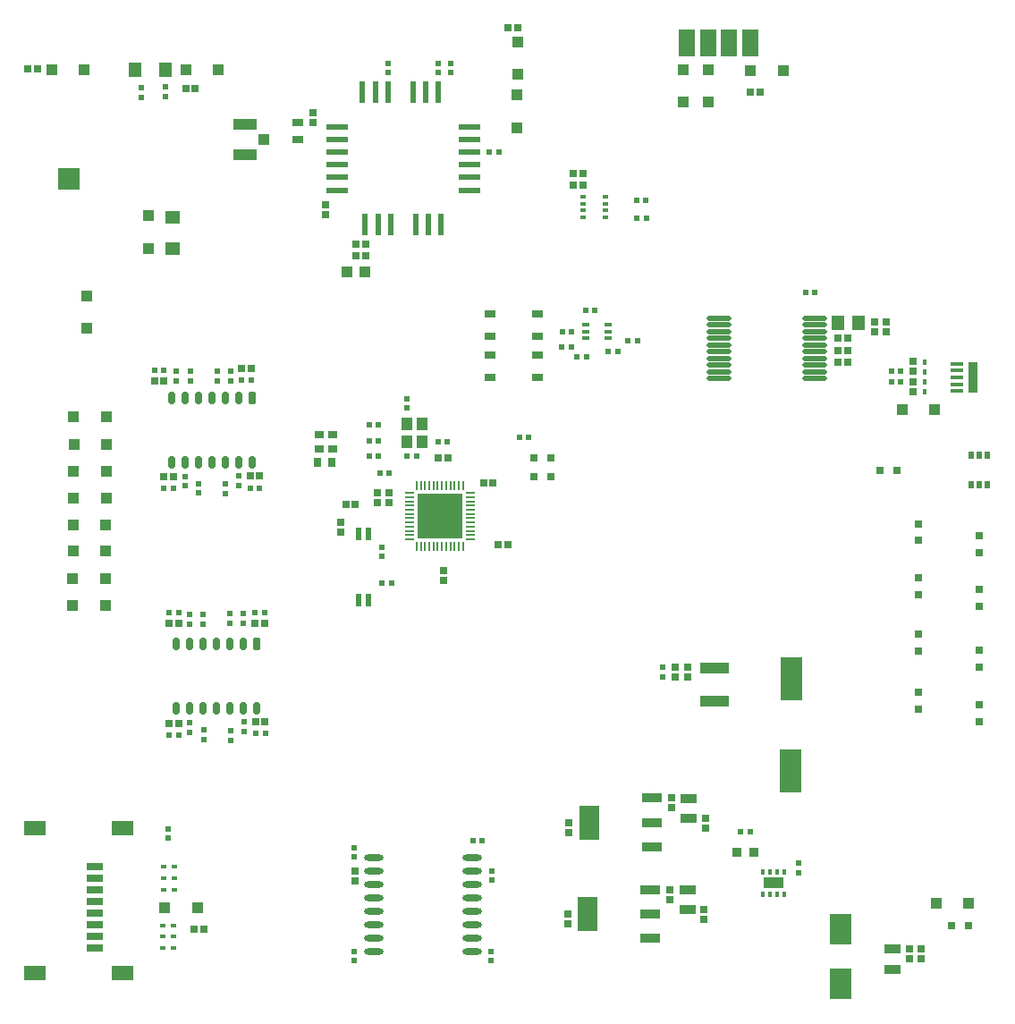
<source format=gtp>
G04*
G04 #@! TF.GenerationSoftware,Altium Limited,Altium Designer,19.1.5 (86)*
G04*
G04 Layer_Color=8421504*
%FSLAX25Y25*%
%MOIN*%
G70*
G01*
G75*
%ADD18R,0.02520X0.02520*%
%ADD19R,0.03937X0.03937*%
%ADD20R,0.03937X0.03150*%
%ADD21R,0.03150X0.03150*%
%ADD22R,0.05906X0.03543*%
%ADD23R,0.01968X0.02362*%
%ADD24R,0.02520X0.02520*%
%ADD25R,0.02165X0.02165*%
%ADD26O,0.07284X0.02362*%
%ADD27R,0.07480X0.12598*%
%ADD28R,0.07480X0.03543*%
%ADD29R,0.03150X0.01575*%
%ADD30O,0.09252X0.01772*%
%ADD31R,0.02362X0.01378*%
%ADD32R,0.07874X0.02362*%
%ADD33R,0.02362X0.07874*%
%ADD34R,0.04331X0.04724*%
%ADD35R,0.07480X0.04331*%
%ADD36R,0.01575X0.01968*%
%ADD37R,0.02165X0.03150*%
%ADD38R,0.05118X0.05512*%
%ADD39R,0.03150X0.03150*%
G04:AMPARAMS|DCode=40|XSize=49.21mil|YSize=29.53mil|CornerRadius=0mil|HoleSize=0mil|Usage=FLASHONLY|Rotation=270.000|XOffset=0mil|YOffset=0mil|HoleType=Round|Shape=Octagon|*
%AMOCTAGOND40*
4,1,8,-0.00738,-0.02461,0.00738,-0.02461,0.01476,-0.01722,0.01476,0.01722,0.00738,0.02461,-0.00738,0.02461,-0.01476,0.01722,-0.01476,-0.01722,-0.00738,-0.02461,0.0*
%
%ADD40OCTAGOND40*%

%ADD41O,0.02953X0.04921*%
%ADD42O,0.03347X0.00787*%
%ADD43O,0.00787X0.03347*%
%ADD44R,0.16929X0.16929*%
%ADD45R,0.02165X0.02165*%
%ADD46R,0.01968X0.01181*%
%ADD47R,0.01181X0.01968*%
%ADD48R,0.05512X0.05118*%
%ADD49R,0.05059X0.05787*%
%ADD50R,0.05906X0.03150*%
%ADD51R,0.07874X0.05709*%
%ADD52R,0.05906X0.09843*%
%ADD53R,0.04134X0.03937*%
%ADD54R,0.08661X0.04134*%
%ADD55R,0.03150X0.03543*%
%ADD56R,0.07874X0.16142*%
%ADD57R,0.10630X0.04331*%
%ADD58R,0.02362X0.01968*%
%ADD59R,0.03543X0.03150*%
%ADD60R,0.07874X0.11811*%
%ADD61R,0.03543X0.03740*%
%ADD62R,0.03937X0.04331*%
%ADD63R,0.07835X0.07835*%
%ADD64R,0.03937X0.02756*%
%ADD65R,0.04331X0.03937*%
%ADD66R,0.02362X0.04724*%
%ADD67R,0.04724X0.01575*%
%ADD68R,0.03543X0.11811*%
D18*
X123000Y331889D02*
D03*
Y335511D02*
D03*
X336442Y253894D02*
D03*
Y257516D02*
D03*
X127400Y297578D02*
D03*
Y301200D02*
D03*
X269116Y68824D02*
D03*
Y72447D02*
D03*
X256716Y76513D02*
D03*
Y80135D02*
D03*
X262600Y125189D02*
D03*
Y128811D02*
D03*
X257939Y125189D02*
D03*
Y128811D02*
D03*
X218200Y67389D02*
D03*
Y71011D02*
D03*
X346500Y231478D02*
D03*
Y235100D02*
D03*
X346400Y242922D02*
D03*
Y239300D02*
D03*
X171600Y161189D02*
D03*
Y164811D02*
D03*
X268616Y34824D02*
D03*
Y38447D02*
D03*
X256016Y42213D02*
D03*
Y45835D02*
D03*
X349472Y20260D02*
D03*
Y23882D02*
D03*
X345127Y20261D02*
D03*
Y23884D02*
D03*
X217816Y33213D02*
D03*
Y36835D02*
D03*
X133069Y179289D02*
D03*
Y182911D02*
D03*
X151317Y193805D02*
D03*
Y190183D02*
D03*
X147000Y193811D02*
D03*
Y190189D02*
D03*
X138700Y49389D02*
D03*
Y53011D02*
D03*
X332161Y253894D02*
D03*
Y257516D02*
D03*
D19*
X142347Y276400D02*
D03*
X135653D02*
D03*
D20*
X117300Y325650D02*
D03*
Y331950D02*
D03*
D21*
X371260Y177953D02*
D03*
Y171653D02*
D03*
Y114862D02*
D03*
Y108563D02*
D03*
Y157972D02*
D03*
Y151673D02*
D03*
Y135335D02*
D03*
Y129035D02*
D03*
X348425Y119685D02*
D03*
Y113386D02*
D03*
Y155807D02*
D03*
Y162106D02*
D03*
Y135039D02*
D03*
Y141339D02*
D03*
Y182382D02*
D03*
Y176083D02*
D03*
D22*
X262416Y45976D02*
D03*
Y38495D02*
D03*
X263016Y79976D02*
D03*
Y72495D02*
D03*
X339016Y16295D02*
D03*
Y23776D02*
D03*
D23*
X243607Y302900D02*
D03*
X246993D02*
D03*
X243707Y296410D02*
D03*
X247093D02*
D03*
X143807Y219200D02*
D03*
X147193D02*
D03*
X148707Y160100D02*
D03*
X152093D02*
D03*
X172993Y212900D02*
D03*
X169607D02*
D03*
X143800Y207700D02*
D03*
X147186D02*
D03*
X143807Y213400D02*
D03*
X147193D02*
D03*
X151393Y201100D02*
D03*
X148007D02*
D03*
D24*
X138789Y282300D02*
D03*
X142411D02*
D03*
X322311Y242500D02*
D03*
X318689D02*
D03*
X289611Y343400D02*
D03*
X285989D02*
D03*
X219778Y308500D02*
D03*
X223400D02*
D03*
X138789Y286600D02*
D03*
X142411D02*
D03*
X101189Y145100D02*
D03*
X104811D02*
D03*
X72955Y145141D02*
D03*
X69333D02*
D03*
X72840Y107917D02*
D03*
X69218D02*
D03*
X99439Y200108D02*
D03*
X103061D02*
D03*
X96189Y240200D02*
D03*
X99811D02*
D03*
X67379Y235555D02*
D03*
X63757D02*
D03*
X70816Y199824D02*
D03*
X67194D02*
D03*
X138711Y189500D02*
D03*
X135089D02*
D03*
X173211Y206800D02*
D03*
X169589D02*
D03*
X195622Y174700D02*
D03*
X192000D02*
D03*
X190022Y197600D02*
D03*
X186400D02*
D03*
X82211Y31400D02*
D03*
X78589D02*
D03*
X101433Y108460D02*
D03*
X105055D02*
D03*
X322311Y247000D02*
D03*
X318689D02*
D03*
X219869Y312826D02*
D03*
X223491D02*
D03*
X79038Y344435D02*
D03*
X75416D02*
D03*
X16589Y351800D02*
D03*
X20211D02*
D03*
X318689Y251500D02*
D03*
X322311D02*
D03*
X199111Y367200D02*
D03*
X195489D02*
D03*
D25*
X67900Y341700D02*
D03*
Y345243D02*
D03*
X58900Y341228D02*
D03*
Y344772D02*
D03*
X174200Y350528D02*
D03*
Y354072D02*
D03*
X253100Y128772D02*
D03*
Y125228D02*
D03*
X150800Y354072D02*
D03*
Y350528D02*
D03*
X169700Y350528D02*
D03*
Y354072D02*
D03*
X80139Y197379D02*
D03*
Y193836D02*
D03*
X189400Y49457D02*
D03*
Y53000D02*
D03*
X138200Y19457D02*
D03*
Y23000D02*
D03*
X69000Y68672D02*
D03*
Y65128D02*
D03*
X189300Y19528D02*
D03*
Y23072D02*
D03*
X138100Y61643D02*
D03*
Y58100D02*
D03*
X304000Y52257D02*
D03*
Y55800D02*
D03*
X91921Y145361D02*
D03*
Y148904D02*
D03*
X77000Y145028D02*
D03*
Y148572D02*
D03*
X82016Y145064D02*
D03*
Y148607D02*
D03*
X77063Y108134D02*
D03*
Y104590D02*
D03*
X82116Y105535D02*
D03*
Y101992D02*
D03*
X95139Y200279D02*
D03*
Y196736D02*
D03*
X90139Y197179D02*
D03*
Y193636D02*
D03*
X92100Y235728D02*
D03*
Y239272D02*
D03*
X87139Y235685D02*
D03*
Y239229D02*
D03*
X72039Y235536D02*
D03*
Y239079D02*
D03*
X77139Y235536D02*
D03*
Y239079D02*
D03*
X75139Y199979D02*
D03*
Y196436D02*
D03*
X97116Y108507D02*
D03*
Y104964D02*
D03*
X92116Y105235D02*
D03*
Y101692D02*
D03*
X97000Y145328D02*
D03*
Y148872D02*
D03*
D26*
X182382Y23051D02*
D03*
Y28051D02*
D03*
Y33051D02*
D03*
Y38051D02*
D03*
Y43051D02*
D03*
Y48051D02*
D03*
Y53051D02*
D03*
Y58051D02*
D03*
X145571Y23051D02*
D03*
Y28051D02*
D03*
Y33051D02*
D03*
Y38051D02*
D03*
Y43051D02*
D03*
Y48051D02*
D03*
Y53051D02*
D03*
Y58051D02*
D03*
D27*
X225303Y36835D02*
D03*
X225803Y71035D02*
D03*
D28*
X248728Y45891D02*
D03*
Y36835D02*
D03*
Y27780D02*
D03*
X249228Y61980D02*
D03*
Y71035D02*
D03*
Y80090D02*
D03*
D29*
X224437Y256594D02*
D03*
Y254035D02*
D03*
Y251476D02*
D03*
X232902D02*
D03*
Y254035D02*
D03*
Y256594D02*
D03*
D30*
X309984Y236485D02*
D03*
Y238985D02*
D03*
Y241485D02*
D03*
Y243985D02*
D03*
Y246485D02*
D03*
Y248985D02*
D03*
Y251485D02*
D03*
Y253985D02*
D03*
Y256485D02*
D03*
Y258985D02*
D03*
X274354Y236485D02*
D03*
Y238985D02*
D03*
Y241485D02*
D03*
Y243985D02*
D03*
Y246485D02*
D03*
Y248985D02*
D03*
Y251485D02*
D03*
Y253985D02*
D03*
Y256485D02*
D03*
Y258985D02*
D03*
D31*
X232007Y296618D02*
D03*
Y299177D02*
D03*
Y301736D02*
D03*
Y304295D02*
D03*
X223542Y296618D02*
D03*
Y299177D02*
D03*
Y301736D02*
D03*
Y304295D02*
D03*
D32*
X131909Y330346D02*
D03*
Y325622D02*
D03*
Y320898D02*
D03*
Y316173D02*
D03*
Y311449D02*
D03*
Y306724D02*
D03*
X181122D02*
D03*
Y311449D02*
D03*
Y316173D02*
D03*
Y320898D02*
D03*
Y325622D02*
D03*
Y330346D02*
D03*
D33*
X170689Y293929D02*
D03*
X165965D02*
D03*
X161240D02*
D03*
X151791D02*
D03*
X147067D02*
D03*
X142342D02*
D03*
X141358Y343142D02*
D03*
X146083D02*
D03*
X150807D02*
D03*
X160256D02*
D03*
X164980D02*
D03*
X169705D02*
D03*
D34*
X157933Y212943D02*
D03*
X163445D02*
D03*
X157933Y219636D02*
D03*
X163445D02*
D03*
D35*
X294563Y48535D02*
D03*
D36*
X290724Y44402D02*
D03*
X293284D02*
D03*
X295843D02*
D03*
X298402D02*
D03*
X290724Y52669D02*
D03*
X293284D02*
D03*
X295843D02*
D03*
X298402D02*
D03*
D37*
X374378Y207854D02*
D03*
X371228D02*
D03*
X374378Y196831D02*
D03*
X371228D02*
D03*
X368079D02*
D03*
Y207854D02*
D03*
D38*
X67909Y351700D02*
D03*
X56491D02*
D03*
D39*
X211516Y206890D02*
D03*
X205217D02*
D03*
X211417Y199902D02*
D03*
X205118D02*
D03*
X340450Y202300D02*
D03*
X334150D02*
D03*
X367265Y32735D02*
D03*
X360966D02*
D03*
D40*
X102016Y137532D02*
D03*
X100139Y229408D02*
D03*
D41*
X87016Y113532D02*
D03*
X92016D02*
D03*
X97016D02*
D03*
X102016D02*
D03*
X87016Y137532D02*
D03*
X92016D02*
D03*
X97016D02*
D03*
X72016D02*
D03*
X77016D02*
D03*
X82016D02*
D03*
X72016Y113532D02*
D03*
X77016D02*
D03*
X82016D02*
D03*
X85139Y205408D02*
D03*
X90139D02*
D03*
X95139D02*
D03*
X100139D02*
D03*
X85139Y229408D02*
D03*
X90139D02*
D03*
X95139D02*
D03*
X70139D02*
D03*
X75139D02*
D03*
X80139D02*
D03*
X70139Y205408D02*
D03*
X75139D02*
D03*
X80139D02*
D03*
D42*
X158764Y193862D02*
D03*
Y192287D02*
D03*
Y190713D02*
D03*
Y189138D02*
D03*
Y187563D02*
D03*
Y185988D02*
D03*
Y184413D02*
D03*
Y182839D02*
D03*
Y181264D02*
D03*
Y179689D02*
D03*
Y178114D02*
D03*
Y176539D02*
D03*
X181598D02*
D03*
Y178114D02*
D03*
Y179689D02*
D03*
Y181264D02*
D03*
Y182839D02*
D03*
Y184413D02*
D03*
Y185988D02*
D03*
Y187563D02*
D03*
Y189138D02*
D03*
Y190713D02*
D03*
Y192287D02*
D03*
Y193862D02*
D03*
D43*
X161520Y173784D02*
D03*
X163094D02*
D03*
X164669D02*
D03*
X166244D02*
D03*
X167819D02*
D03*
X169394D02*
D03*
X170968D02*
D03*
X172543D02*
D03*
X174118D02*
D03*
X175693D02*
D03*
X177268D02*
D03*
X178842D02*
D03*
Y196618D02*
D03*
X177268D02*
D03*
X175693D02*
D03*
X174118D02*
D03*
X172543D02*
D03*
X170968D02*
D03*
X169394D02*
D03*
X167819D02*
D03*
X166244D02*
D03*
X164669D02*
D03*
X163094D02*
D03*
X161520D02*
D03*
D44*
X170181Y185201D02*
D03*
D45*
X285738Y67535D02*
D03*
X282195D02*
D03*
X219372Y253900D02*
D03*
X215828D02*
D03*
X224500Y262000D02*
D03*
X228043D02*
D03*
X341972Y235200D02*
D03*
X338428D02*
D03*
X341972Y239200D02*
D03*
X338428D02*
D03*
X221257Y244500D02*
D03*
X224800D02*
D03*
X215728Y248300D02*
D03*
X219272D02*
D03*
X306400Y268700D02*
D03*
X309943D02*
D03*
X232928Y246500D02*
D03*
X236472D02*
D03*
X240328Y250500D02*
D03*
X243872D02*
D03*
X188728Y320900D02*
D03*
X192272D02*
D03*
X103022Y195715D02*
D03*
X99479D02*
D03*
X99772Y235800D02*
D03*
X96228D02*
D03*
X63796Y239608D02*
D03*
X67339D02*
D03*
X67268Y195707D02*
D03*
X70811D02*
D03*
X203372Y214600D02*
D03*
X199828D02*
D03*
X158028Y207600D02*
D03*
X161572D02*
D03*
X185943Y64400D02*
D03*
X182400D02*
D03*
X105087Y104135D02*
D03*
X101544D02*
D03*
X104772Y149200D02*
D03*
X101228D02*
D03*
X69344Y149235D02*
D03*
X72887D02*
D03*
X69257Y103542D02*
D03*
X72801D02*
D03*
D46*
X71169Y45900D02*
D03*
X67232D02*
D03*
X71169Y50100D02*
D03*
X67232D02*
D03*
X71237Y54500D02*
D03*
X67300D02*
D03*
X70868Y24200D02*
D03*
X66931D02*
D03*
X70969Y28600D02*
D03*
X67032D02*
D03*
X70969Y32700D02*
D03*
X67032D02*
D03*
D47*
X350800Y235400D02*
D03*
Y231463D02*
D03*
Y238800D02*
D03*
Y242737D02*
D03*
D48*
X70716Y296444D02*
D03*
Y285027D02*
D03*
D49*
X326358Y257400D02*
D03*
X318700D02*
D03*
D50*
X41616Y41535D02*
D03*
Y45866D02*
D03*
Y37205D02*
D03*
Y32874D02*
D03*
Y50197D02*
D03*
Y54528D02*
D03*
Y28543D02*
D03*
Y24213D02*
D03*
D51*
X19175Y68976D02*
D03*
Y14842D02*
D03*
X51852Y68976D02*
D03*
Y14842D02*
D03*
D52*
X285890Y361535D02*
D03*
X278016D02*
D03*
X270142D02*
D03*
X262268D02*
D03*
D53*
X104704Y325600D02*
D03*
D54*
X97716Y319793D02*
D03*
Y331407D02*
D03*
D55*
X124544Y205300D02*
D03*
X130056D02*
D03*
D56*
X301098Y124457D02*
D03*
X300902Y90205D02*
D03*
D57*
X272500Y128433D02*
D03*
Y116228D02*
D03*
D58*
X158000Y228993D02*
D03*
Y225607D02*
D03*
X148500Y173493D02*
D03*
Y170107D02*
D03*
D59*
X125200Y215656D02*
D03*
Y210144D02*
D03*
X130200Y215656D02*
D03*
Y210144D02*
D03*
D60*
X319516Y31378D02*
D03*
Y10905D02*
D03*
D61*
X280866Y60035D02*
D03*
X287165D02*
D03*
D62*
X33298Y162000D02*
D03*
X45502D02*
D03*
X33598Y192000D02*
D03*
X45802D02*
D03*
X33298Y152000D02*
D03*
X45502D02*
D03*
X67598Y39200D02*
D03*
X79802D02*
D03*
X367323Y41058D02*
D03*
X355118D02*
D03*
X25398Y351700D02*
D03*
X37602D02*
D03*
X75416Y351535D02*
D03*
X87621D02*
D03*
X285998Y351200D02*
D03*
X298202D02*
D03*
X354700Y224900D02*
D03*
X342495D02*
D03*
X33698Y222100D02*
D03*
X45902D02*
D03*
X33498Y181900D02*
D03*
X45702D02*
D03*
X33798Y211800D02*
D03*
X46002D02*
D03*
X33398Y172300D02*
D03*
X45602D02*
D03*
X33598Y201900D02*
D03*
X45802D02*
D03*
D63*
X31791Y311063D02*
D03*
D64*
X206462Y236803D02*
D03*
X188746D02*
D03*
X206462Y245268D02*
D03*
X188746D02*
D03*
X206458Y252168D02*
D03*
X188742D02*
D03*
X206458Y260632D02*
D03*
X188742D02*
D03*
D65*
X38516Y255133D02*
D03*
Y267338D02*
D03*
X198800Y342202D02*
D03*
Y329998D02*
D03*
X199100Y362002D02*
D03*
Y349798D02*
D03*
X261000Y351702D02*
D03*
Y339498D02*
D03*
X270200Y351700D02*
D03*
Y339495D02*
D03*
X61516Y285033D02*
D03*
Y297238D02*
D03*
D66*
X139760Y178600D02*
D03*
X143500D02*
D03*
X139957Y153797D02*
D03*
X143500D02*
D03*
D67*
X362898Y242018D02*
D03*
Y239459D02*
D03*
Y236900D02*
D03*
Y234341D02*
D03*
Y231782D02*
D03*
D68*
X369000Y236900D02*
D03*
M02*

</source>
